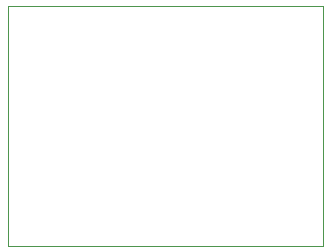
<source format=gbr>
%TF.GenerationSoftware,Altium Limited,Altium Designer,19.0.15 (446)*%
G04 Layer_Color=0*
%FSLAX45Y45*%
%MOMM*%
%TF.FileFunction,Profile,NP*%
%TF.Part,Single*%
G01*
G75*
%TA.AperFunction,Profile*%
%ADD67C,0.02540*%
D67*
X9271000Y5207000D02*
Y7239000D01*
X11938000D01*
Y5207000D01*
X9271000D01*
%TF.MD5,4ed82aee4161074b1e5bf37c332fea61*%
M02*

</source>
